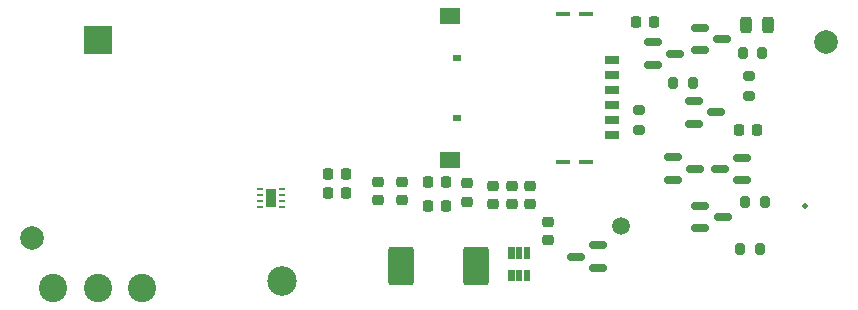
<source format=gbr>
%TF.GenerationSoftware,KiCad,Pcbnew,8.0.5*%
%TF.CreationDate,2024-10-15T10:19:28+03:00*%
%TF.ProjectId,LEXI-R422,4c455849-2d52-4343-9232-2e6b69636164,rev?*%
%TF.SameCoordinates,Original*%
%TF.FileFunction,Soldermask,Top*%
%TF.FilePolarity,Negative*%
%FSLAX46Y46*%
G04 Gerber Fmt 4.6, Leading zero omitted, Abs format (unit mm)*
G04 Created by KiCad (PCBNEW 8.0.5) date 2024-10-15 10:19:28*
%MOMM*%
%LPD*%
G01*
G04 APERTURE LIST*
G04 Aperture macros list*
%AMRoundRect*
0 Rectangle with rounded corners*
0 $1 Rounding radius*
0 $2 $3 $4 $5 $6 $7 $8 $9 X,Y pos of 4 corners*
0 Add a 4 corners polygon primitive as box body*
4,1,4,$2,$3,$4,$5,$6,$7,$8,$9,$2,$3,0*
0 Add four circle primitives for the rounded corners*
1,1,$1+$1,$2,$3*
1,1,$1+$1,$4,$5*
1,1,$1+$1,$6,$7*
1,1,$1+$1,$8,$9*
0 Add four rect primitives between the rounded corners*
20,1,$1+$1,$2,$3,$4,$5,0*
20,1,$1+$1,$4,$5,$6,$7,0*
20,1,$1+$1,$6,$7,$8,$9,0*
20,1,$1+$1,$8,$9,$2,$3,0*%
G04 Aperture macros list end*
%ADD10C,0.010000*%
%ADD11RoundRect,0.225000X0.250000X-0.225000X0.250000X0.225000X-0.250000X0.225000X-0.250000X-0.225000X0*%
%ADD12RoundRect,0.250001X-0.837499X-1.399999X0.837499X-1.399999X0.837499X1.399999X-0.837499X1.399999X0*%
%ADD13RoundRect,0.225000X-0.225000X-0.250000X0.225000X-0.250000X0.225000X0.250000X-0.225000X0.250000X0*%
%ADD14RoundRect,0.150000X-0.587500X-0.150000X0.587500X-0.150000X0.587500X0.150000X-0.587500X0.150000X0*%
%ADD15R,1.150000X0.650000*%
%ADD16R,1.300000X0.450000*%
%ADD17R,1.700000X1.400000*%
%ADD18R,0.800000X0.540000*%
%ADD19RoundRect,0.200000X-0.200000X-0.275000X0.200000X-0.275000X0.200000X0.275000X-0.200000X0.275000X0*%
%ADD20C,1.500000*%
%ADD21RoundRect,0.150000X0.587500X0.150000X-0.587500X0.150000X-0.587500X-0.150000X0.587500X-0.150000X0*%
%ADD22RoundRect,0.200000X0.200000X0.275000X-0.200000X0.275000X-0.200000X-0.275000X0.200000X-0.275000X0*%
%ADD23RoundRect,0.062500X-0.187500X-0.062500X0.187500X-0.062500X0.187500X0.062500X-0.187500X0.062500X0*%
%ADD24R,0.900000X1.600000*%
%ADD25RoundRect,0.225000X0.225000X0.250000X-0.225000X0.250000X-0.225000X-0.250000X0.225000X-0.250000X0*%
%ADD26R,2.400000X2.400000*%
%ADD27C,2.400000*%
%ADD28C,2.500000*%
%ADD29RoundRect,0.200000X0.275000X-0.200000X0.275000X0.200000X-0.275000X0.200000X-0.275000X-0.200000X0*%
%ADD30C,2.000000*%
%ADD31RoundRect,0.225000X-0.250000X0.225000X-0.250000X-0.225000X0.250000X-0.225000X0.250000X0.225000X0*%
%ADD32C,0.500000*%
%ADD33RoundRect,0.243750X-0.243750X-0.456250X0.243750X-0.456250X0.243750X0.456250X-0.243750X0.456250X0*%
G04 APERTURE END LIST*
D10*
%TO.C,D1*%
X46975000Y-800700D02*
X46524564Y-800700D01*
X46524564Y100000D01*
X46975000Y100000D01*
X46975000Y-800700D01*
G36*
X46975000Y-800700D02*
G01*
X46524564Y-800700D01*
X46524564Y100000D01*
X46975000Y100000D01*
X46975000Y-800700D01*
G37*
X46975000Y1100083D02*
X46524855Y1100083D01*
X46524855Y2000000D01*
X46975000Y2000000D01*
X46975000Y1100083D01*
G36*
X46975000Y1100083D02*
G01*
X46524855Y1100083D01*
X46524855Y2000000D01*
X46975000Y2000000D01*
X46975000Y1100083D01*
G37*
X47625000Y1100565D02*
X47174746Y1100565D01*
X47174746Y2000000D01*
X47625000Y2000000D01*
X47625000Y1100565D01*
G36*
X47625000Y1100565D02*
G01*
X47174746Y1100565D01*
X47174746Y2000000D01*
X47625000Y2000000D01*
X47625000Y1100565D01*
G37*
X47625000Y-800820D02*
X47174869Y-800820D01*
X47174869Y100000D01*
X47625000Y100000D01*
X47625000Y-800820D01*
G36*
X47625000Y-800820D02*
G01*
X47174869Y-800820D01*
X47174869Y100000D01*
X47625000Y100000D01*
X47625000Y-800820D01*
G37*
X48275000Y1100308D02*
X47825262Y1100308D01*
X47825262Y2000000D01*
X48275000Y2000000D01*
X48275000Y1100308D01*
G36*
X48275000Y1100308D02*
G01*
X47825262Y1100308D01*
X47825262Y2000000D01*
X48275000Y2000000D01*
X48275000Y1100308D01*
G37*
X48275000Y-801810D02*
X47825551Y-801810D01*
X47825551Y100000D01*
X48275000Y100000D01*
X48275000Y-801810D01*
G36*
X48275000Y-801810D02*
G01*
X47825551Y-801810D01*
X47825551Y100000D01*
X48275000Y100000D01*
X48275000Y-801810D01*
G37*
%TD*%
D11*
%TO.C,C1*%
X48400000Y5625000D03*
X48400000Y7175000D03*
%TD*%
%TO.C,C2*%
X46800000Y5625000D03*
X46800000Y7175000D03*
%TD*%
%TO.C,C3*%
X45200000Y5625000D03*
X45200000Y7175000D03*
%TD*%
%TO.C,C4*%
X49850000Y2575000D03*
X49850000Y4125000D03*
%TD*%
D12*
%TO.C,C6*%
X37412500Y400000D03*
X43787500Y400000D03*
%TD*%
D11*
%TO.C,C7*%
X37500000Y5950000D03*
X37500000Y7500000D03*
%TD*%
D13*
%TO.C,C8*%
X31250000Y8174800D03*
X32800000Y8174800D03*
%TD*%
%TO.C,C9*%
X39725000Y5500000D03*
X41275000Y5500000D03*
%TD*%
%TO.C,C10*%
X31250000Y6600000D03*
X32800000Y6600000D03*
%TD*%
%TO.C,C11*%
X39725000Y7500000D03*
X41275000Y7500000D03*
%TD*%
D11*
%TO.C,C12*%
X35500000Y5950000D03*
X35500000Y7500000D03*
%TD*%
D14*
%TO.C,Q8*%
X62725000Y20550000D03*
X62725000Y18650000D03*
X64600000Y19600000D03*
%TD*%
D15*
%TO.C,J11*%
X55295000Y12745000D03*
X55295000Y15285000D03*
X55295000Y17825000D03*
X55295000Y11475000D03*
X55295000Y14015000D03*
X55295000Y16555000D03*
D16*
X53125000Y9230000D03*
X51125000Y9230000D03*
X53125000Y21770000D03*
X51125000Y21770000D03*
D17*
X41565000Y21605000D03*
X41565000Y9395000D03*
D18*
X42145000Y12960000D03*
X42145000Y18040000D03*
%TD*%
D19*
%TO.C,R6*%
X66150000Y1800000D03*
X67800000Y1800000D03*
%TD*%
D20*
%TO.C,TP4*%
X56100000Y3800000D03*
%TD*%
D21*
%TO.C,Q5*%
X66337500Y7650000D03*
X66337500Y9550000D03*
X64462500Y8600000D03*
%TD*%
D22*
%TO.C,R7*%
X62125000Y15900000D03*
X60475000Y15900000D03*
%TD*%
D23*
%TO.C,U1*%
X25500000Y6900000D03*
X25500000Y6400000D03*
X25500000Y5900000D03*
X25500000Y5400000D03*
X27400000Y5400000D03*
X27400000Y5900000D03*
X27400000Y6400000D03*
X27400000Y6900000D03*
D24*
X26450000Y6150000D03*
%TD*%
D25*
%TO.C,C16*%
X58875000Y21090000D03*
X57325000Y21090000D03*
%TD*%
D13*
%TO.C,C17*%
X66025000Y11880000D03*
X67575000Y11880000D03*
%TD*%
D26*
%TO.C,BT1*%
X11750000Y19500000D03*
D27*
X11750000Y-1500000D03*
X15500000Y-1500000D03*
X8000000Y-1500000D03*
%TD*%
D28*
%TO.C,H1*%
X27330400Y-863600D03*
%TD*%
D19*
%TO.C,R8*%
X66575000Y5800000D03*
X68225000Y5800000D03*
%TD*%
D29*
%TO.C,R9*%
X57600000Y11950000D03*
X57600000Y13600000D03*
%TD*%
D14*
%TO.C,Q1*%
X58775000Y19330000D03*
X58775000Y17430000D03*
X60650000Y18380000D03*
%TD*%
D30*
%TO.C,FID1*%
X73400000Y19400000D03*
%TD*%
D22*
%TO.C,R2*%
X68025000Y18400000D03*
X66375000Y18400000D03*
%TD*%
D14*
%TO.C,Q2*%
X62800000Y5500000D03*
X62800000Y3600000D03*
X64675000Y4550000D03*
%TD*%
%TO.C,Q6*%
X60462500Y9600000D03*
X60462500Y7700000D03*
X62337500Y8650000D03*
%TD*%
D30*
%TO.C,FID4*%
X6223000Y2794000D03*
%TD*%
D31*
%TO.C,C15*%
X43000000Y7400000D03*
X43000000Y5850000D03*
%TD*%
D32*
%TO.C,TP1*%
X71689600Y5511800D03*
%TD*%
D33*
%TO.C,D2*%
X66662500Y20800000D03*
X68537500Y20800000D03*
%TD*%
D14*
%TO.C,Q4*%
X62262500Y14350000D03*
X62262500Y12450000D03*
X64137500Y13400000D03*
%TD*%
D29*
%TO.C,R5*%
X66910000Y14835000D03*
X66910000Y16485000D03*
%TD*%
D21*
%TO.C,Q3*%
X54137500Y250000D03*
X54137500Y2150000D03*
X52262500Y1200000D03*
%TD*%
M02*

</source>
